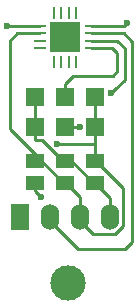
<source format=gbl>
G04 #@! TF.FileFunction,Copper,L2,Bot,Signal*
%FSLAX46Y46*%
G04 Gerber Fmt 4.6, Leading zero omitted, Abs format (unit mm)*
G04 Created by KiCad (PCBNEW 0.201512201246+6385~39~ubuntu14.04.1-stable) date Sun 03 Jan 2016 10:20:27 CET*
%MOMM*%
G01*
G04 APERTURE LIST*
%ADD10C,0.200000*%
%ADD11R,1.000000X0.250000*%
%ADD12R,0.250000X1.000000*%
%ADD13R,2.600000X2.600000*%
%ADD14R,1.498600X1.300480*%
%ADD15R,1.524000X2.199640*%
%ADD16O,1.524000X2.199640*%
%ADD17R,1.501140X1.501140*%
%ADD18C,2.999740*%
%ADD19C,0.600000*%
%ADD20C,0.250000*%
G04 APERTURE END LIST*
D10*
D11*
X153289000Y-72707500D03*
X153289000Y-73342500D03*
X153289000Y-73977500D03*
X153289000Y-74612500D03*
D12*
X152082500Y-75755500D03*
X151447500Y-75755500D03*
X150812500Y-75755500D03*
X150177500Y-75755500D03*
D11*
X149034500Y-74612500D03*
X149034500Y-73977500D03*
X149034500Y-73342500D03*
X149034500Y-72707500D03*
D12*
X150177500Y-71628000D03*
X150812500Y-71628000D03*
X151447500Y-71628000D03*
X152082500Y-71628000D03*
D13*
X151130000Y-73660000D03*
D14*
X151130000Y-84137500D03*
X151130000Y-86042500D03*
X148590000Y-86042500D03*
X148590000Y-84137500D03*
X153670000Y-86042500D03*
X153670000Y-84137500D03*
D15*
X147320000Y-88900000D03*
D16*
X149860000Y-88900000D03*
X152400000Y-88900000D03*
X154940000Y-88900000D03*
D17*
X153670000Y-78740000D03*
X148590000Y-78740000D03*
X151130000Y-81280000D03*
X151130000Y-78740000D03*
X148590000Y-81280000D03*
X153670000Y-81280000D03*
D18*
X151384000Y-94488000D03*
D19*
X146189700Y-72710040D03*
X150450400Y-82731200D03*
X149052900Y-87200100D03*
X156324300Y-72511920D03*
X155050600Y-78398812D03*
X152397600Y-81274100D03*
D20*
X154940000Y-88900000D02*
X154937190Y-88902810D01*
X154937190Y-88902810D02*
X154937190Y-87309690D01*
X154937190Y-87309690D02*
X153670000Y-86042500D01*
X153670000Y-86042500D02*
X153570940Y-86042500D01*
X153570940Y-86042500D02*
X151665940Y-84137500D01*
X151665940Y-84137500D02*
X151130000Y-84137500D01*
X146192240Y-72707500D02*
X146189700Y-72710040D01*
X149034500Y-72707500D02*
X146192240Y-72707500D01*
X148590000Y-78740000D02*
X148590000Y-81280000D01*
X148590000Y-81280000D02*
X148590000Y-82355900D01*
X150972300Y-84137500D02*
X151130000Y-84137500D01*
X149190700Y-82355900D02*
X150972300Y-84137500D01*
X148590000Y-82355900D02*
X149190700Y-82355900D01*
X156044800Y-86413240D02*
X153769060Y-84137500D01*
X156044800Y-89695400D02*
X156044800Y-86413240D01*
X155377100Y-90363100D02*
X156044800Y-89695400D01*
X153525280Y-90363100D02*
X155377100Y-90363100D01*
X152400000Y-89237820D02*
X153525280Y-90363100D01*
X152400000Y-88900000D02*
X152400000Y-89237820D01*
X153769060Y-84137500D02*
X153670000Y-84137500D01*
X152400000Y-88900000D02*
X152400000Y-87238921D01*
X152400000Y-87238921D02*
X151209259Y-86048180D01*
X151209259Y-86048180D02*
X151135680Y-86048180D01*
X151135680Y-86048180D02*
X151130000Y-86042500D01*
X148590000Y-84137500D02*
X149125940Y-84137500D01*
X149125940Y-84137500D02*
X151030940Y-86042500D01*
X151030940Y-86042500D02*
X151130000Y-86042500D01*
X149127300Y-84137500D02*
X146420500Y-81430700D01*
X146420500Y-81430700D02*
X146420500Y-74017761D01*
X146420500Y-74017761D02*
X147094052Y-73344209D01*
X147094052Y-73344209D02*
X149032791Y-73344209D01*
X149032791Y-73344209D02*
X149034500Y-73342500D01*
X153670000Y-84137500D02*
X153670000Y-83162000D01*
X148590000Y-84137500D02*
X149127300Y-84137500D01*
X153670000Y-81280000D02*
X153670000Y-78740000D01*
X153670000Y-82731200D02*
X150450400Y-82731200D01*
X153670000Y-81280000D02*
X153670000Y-82731200D01*
X153670000Y-82731200D02*
X153670000Y-83162000D01*
X148590000Y-86042500D02*
X148590000Y-86262323D01*
X148590000Y-86262323D02*
X148578663Y-86273660D01*
X148578663Y-86273660D02*
X148578663Y-86725863D01*
X148578663Y-86725863D02*
X149052900Y-87200100D01*
X153289000Y-72707500D02*
X156128720Y-72707500D01*
X156128720Y-72707500D02*
X156324300Y-72511920D01*
X149860000Y-88900000D02*
X149860000Y-89237820D01*
X149860000Y-89237820D02*
X152247225Y-91625045D01*
X152247225Y-91625045D02*
X156169812Y-91625045D01*
X156169812Y-91625045D02*
X156797000Y-90997857D01*
X156797000Y-90997857D02*
X156797000Y-74063578D01*
X156797000Y-74063578D02*
X156075922Y-73342500D01*
X156075922Y-73342500D02*
X154039000Y-73342500D01*
X154039000Y-73342500D02*
X153289000Y-73342500D01*
X153289000Y-73977500D02*
X155528872Y-73977500D01*
X155528872Y-73977500D02*
X156162267Y-74610895D01*
X156162267Y-77287145D02*
X155350599Y-78098813D01*
X156162267Y-74610895D02*
X156162267Y-77287145D01*
X155350599Y-78098813D02*
X155050600Y-78398812D01*
X152391700Y-81280000D02*
X152397600Y-81274100D01*
X151130000Y-81280000D02*
X152391700Y-81280000D01*
X151790400Y-76962000D02*
X151130000Y-77622400D01*
X151130000Y-77622400D02*
X151130000Y-78740000D01*
X155143200Y-76962000D02*
X151790400Y-76962000D01*
X155549600Y-76555600D02*
X155143200Y-76962000D01*
X155549600Y-75031600D02*
X155549600Y-76555600D01*
X155130500Y-74612500D02*
X155549600Y-75031600D01*
X153289000Y-74612500D02*
X155130500Y-74612500D01*
X153289000Y-74612500D02*
X153664000Y-74612500D01*
M02*

</source>
